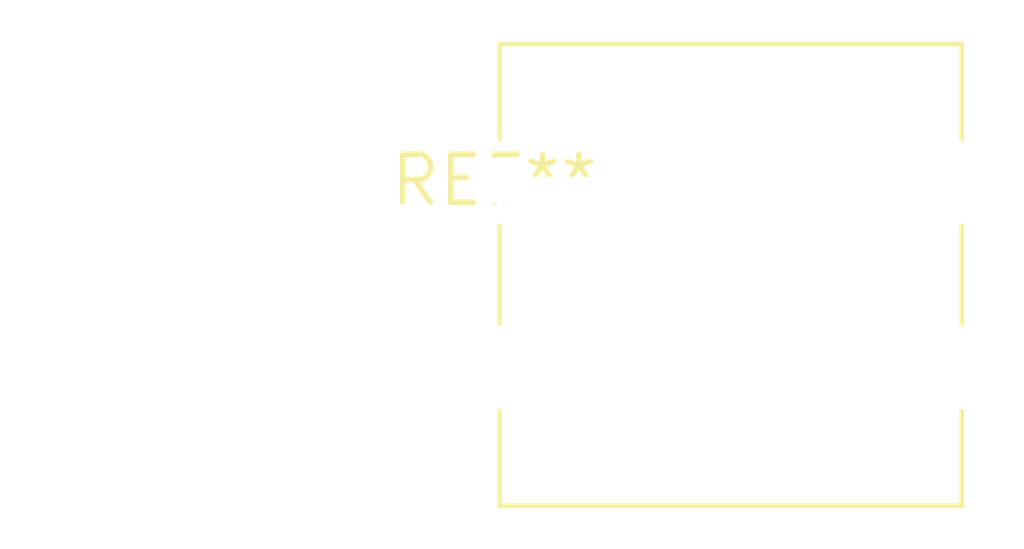
<source format=kicad_pcb>
(kicad_pcb (version 20240108) (generator pcbnew)
  (layers (0 "F.Cu" signal) (31 "B.Cu" signal) (34 "B.Paste" user) (35 "F.Paste" user) (36 "B.SilkS" user "B.Silkscreen") (37 "F.SilkS" user "F.Silkscreen") (38 "B.Mask" user) (39 "F.Mask" user) (44 "Edge.Cuts" user))
  (net 0 "")
  (footprint "SW_SPST_Omron_B3F-50xx" (layer "F.Cu") (at 0 0)
    (property "Reference" "REF**")
    (property "Value" "SW_SPST_Omron_B3F-50xx")
    (fp_line (start 0.14 -3.61) (end 0.14 -1.1) (layer "F.SilkS") (stroke (width 0.12)))
    (fp_line (start 0.14 -3.61) (end 12.36 -3.61) (layer "F.SilkS") (stroke (width 0.12)))
    (fp_line (start 0.14 1.2) (end 0.14 3.8) (layer "F.SilkS") (stroke (width 0.12)))
    (fp_line (start 0.14 6.1) (end 0.14 8.61) (layer "F.SilkS") (stroke (width 0.12)))
    (fp_line (start 12.36 -3.61) (end 12.36 -1.1) (layer "F.SilkS") (stroke (width 0.12)))
    (fp_line (start 12.36 1.2) (end 12.36 3.8) (layer "F.SilkS") (stroke (width 0.12)))
    (fp_line (start 12.36 6.1) (end 12.36 8.61) (layer "F.SilkS") (stroke (width 0.12)))
    (fp_line (start 12.36 8.61) (end 0.14 8.61) (layer "F.SilkS") (stroke (width 0.12)))
    (pad "" np_thru_hole circle (at 6.25 -2) (size 1.8 1.8) (drill 1.8) (layers F&B.Cu *.Mask))
    (pad "" np_thru_hole circle (at 6.25 7) (size 1.8 1.8) (drill 1.8) (layers F&B.Cu *.Mask))
    (pad "1" thru_hole oval (at 0 0) (size 2.9 1.7) (drill 1.2) (layers *.Cu *.Mask) (remove_unused_layers))
    (pad "1" thru_hole oval (at 12.5 0) (size 2.9 1.7) (drill 1.2) (layers *.Cu *.Mask) (remove_unused_layers))
    (pad "2" thru_hole oval (at 0 5) (size 2.9 1.7) (drill 1.2) (layers *.Cu *.Mask) (remove_unused_layers))
    (pad "2" thru_hole oval (at 12.5 5) (size 2.9 1.7) (drill 1.2) (layers *.Cu *.Mask) (remove_unused_layers))
  )
)
</source>
